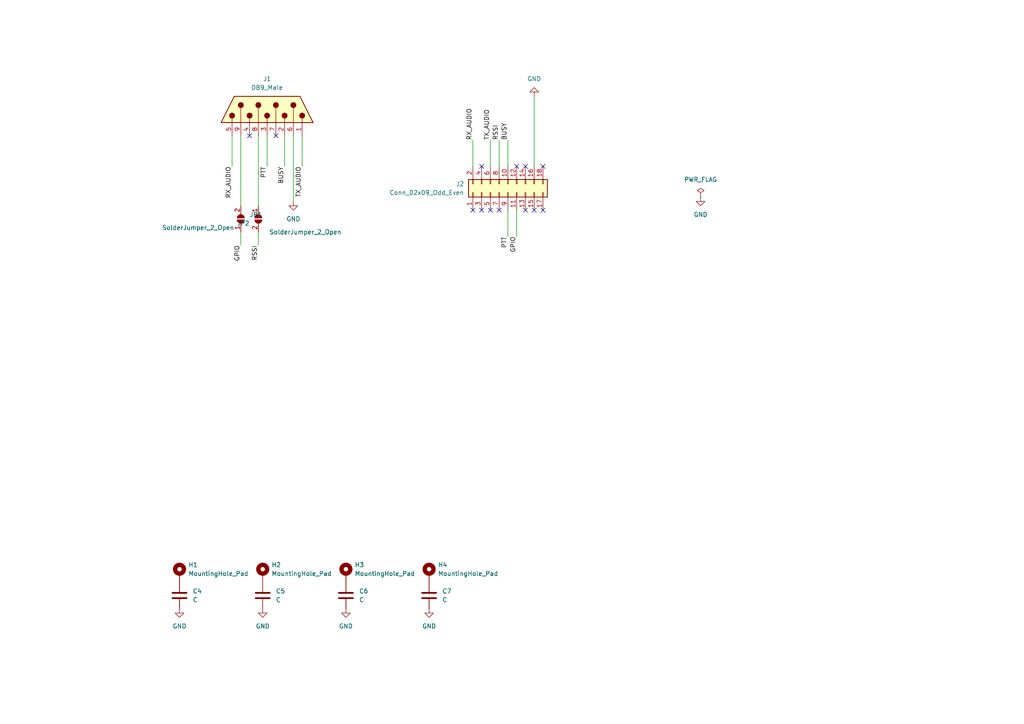
<source format=kicad_sch>
(kicad_sch (version 20211123) (generator eeschema)

  (uuid e12fa581-3e3b-42ee-95fb-961f19dd6705)

  (paper "A4")

  (lib_symbols
    (symbol "Connector:DB9_Male" (pin_names (offset 1.016) hide) (in_bom yes) (on_board yes)
      (property "Reference" "J" (id 0) (at 0 13.97 0)
        (effects (font (size 1.27 1.27)))
      )
      (property "Value" "DB9_Male" (id 1) (at 0 -14.605 0)
        (effects (font (size 1.27 1.27)))
      )
      (property "Footprint" "" (id 2) (at 0 0 0)
        (effects (font (size 1.27 1.27)) hide)
      )
      (property "Datasheet" " ~" (id 3) (at 0 0 0)
        (effects (font (size 1.27 1.27)) hide)
      )
      (property "ki_keywords" "connector male D-SUB" (id 4) (at 0 0 0)
        (effects (font (size 1.27 1.27)) hide)
      )
      (property "ki_description" "9-pin male D-SUB connector" (id 5) (at 0 0 0)
        (effects (font (size 1.27 1.27)) hide)
      )
      (property "ki_fp_filters" "DSUB*Male*" (id 6) (at 0 0 0)
        (effects (font (size 1.27 1.27)) hide)
      )
      (symbol "DB9_Male_0_1"
        (circle (center -1.778 -10.16) (radius 0.762)
          (stroke (width 0) (type default) (color 0 0 0 0))
          (fill (type outline))
        )
        (circle (center -1.778 -5.08) (radius 0.762)
          (stroke (width 0) (type default) (color 0 0 0 0))
          (fill (type outline))
        )
        (circle (center -1.778 0) (radius 0.762)
          (stroke (width 0) (type default) (color 0 0 0 0))
          (fill (type outline))
        )
        (circle (center -1.778 5.08) (radius 0.762)
          (stroke (width 0) (type default) (color 0 0 0 0))
          (fill (type outline))
        )
        (circle (center -1.778 10.16) (radius 0.762)
          (stroke (width 0) (type default) (color 0 0 0 0))
          (fill (type outline))
        )
        (polyline
          (pts
            (xy -3.81 -10.16)
            (xy -2.54 -10.16)
          )
          (stroke (width 0) (type default) (color 0 0 0 0))
          (fill (type none))
        )
        (polyline
          (pts
            (xy -3.81 -7.62)
            (xy 0.508 -7.62)
          )
          (stroke (width 0) (type default) (color 0 0 0 0))
          (fill (type none))
        )
        (polyline
          (pts
            (xy -3.81 -5.08)
            (xy -2.54 -5.08)
          )
          (stroke (width 0) (type default) (color 0 0 0 0))
          (fill (type none))
        )
        (polyline
          (pts
            (xy -3.81 -2.54)
            (xy 0.508 -2.54)
          )
          (stroke (width 0) (type default) (color 0 0 0 0))
          (fill (type none))
        )
        (polyline
          (pts
            (xy -3.81 0)
            (xy -2.54 0)
          )
          (stroke (width 0) (type default) (color 0 0 0 0))
          (fill (type none))
        )
        (polyline
          (pts
            (xy -3.81 2.54)
            (xy 0.508 2.54)
          )
          (stroke (width 0) (type default) (color 0 0 0 0))
          (fill (type none))
        )
        (polyline
          (pts
            (xy -3.81 5.08)
            (xy -2.54 5.08)
          )
          (stroke (width 0) (type default) (color 0 0 0 0))
          (fill (type none))
        )
        (polyline
          (pts
            (xy -3.81 7.62)
            (xy 0.508 7.62)
          )
          (stroke (width 0) (type default) (color 0 0 0 0))
          (fill (type none))
        )
        (polyline
          (pts
            (xy -3.81 10.16)
            (xy -2.54 10.16)
          )
          (stroke (width 0) (type default) (color 0 0 0 0))
          (fill (type none))
        )
        (polyline
          (pts
            (xy -3.81 -13.335)
            (xy -3.81 13.335)
            (xy 3.81 9.525)
            (xy 3.81 -9.525)
            (xy -3.81 -13.335)
          )
          (stroke (width 0.254) (type default) (color 0 0 0 0))
          (fill (type background))
        )
        (circle (center 1.27 -7.62) (radius 0.762)
          (stroke (width 0) (type default) (color 0 0 0 0))
          (fill (type outline))
        )
        (circle (center 1.27 -2.54) (radius 0.762)
          (stroke (width 0) (type default) (color 0 0 0 0))
          (fill (type outline))
        )
        (circle (center 1.27 2.54) (radius 0.762)
          (stroke (width 0) (type default) (color 0 0 0 0))
          (fill (type outline))
        )
        (circle (center 1.27 7.62) (radius 0.762)
          (stroke (width 0) (type default) (color 0 0 0 0))
          (fill (type outline))
        )
      )
      (symbol "DB9_Male_1_1"
        (pin passive line (at -7.62 -10.16 0) (length 3.81)
          (name "1" (effects (font (size 1.27 1.27))))
          (number "1" (effects (font (size 1.27 1.27))))
        )
        (pin passive line (at -7.62 -5.08 0) (length 3.81)
          (name "2" (effects (font (size 1.27 1.27))))
          (number "2" (effects (font (size 1.27 1.27))))
        )
        (pin passive line (at -7.62 0 0) (length 3.81)
          (name "3" (effects (font (size 1.27 1.27))))
          (number "3" (effects (font (size 1.27 1.27))))
        )
        (pin passive line (at -7.62 5.08 0) (length 3.81)
          (name "4" (effects (font (size 1.27 1.27))))
          (number "4" (effects (font (size 1.27 1.27))))
        )
        (pin passive line (at -7.62 10.16 0) (length 3.81)
          (name "5" (effects (font (size 1.27 1.27))))
          (number "5" (effects (font (size 1.27 1.27))))
        )
        (pin passive line (at -7.62 -7.62 0) (length 3.81)
          (name "6" (effects (font (size 1.27 1.27))))
          (number "6" (effects (font (size 1.27 1.27))))
        )
        (pin passive line (at -7.62 -2.54 0) (length 3.81)
          (name "7" (effects (font (size 1.27 1.27))))
          (number "7" (effects (font (size 1.27 1.27))))
        )
        (pin passive line (at -7.62 2.54 0) (length 3.81)
          (name "8" (effects (font (size 1.27 1.27))))
          (number "8" (effects (font (size 1.27 1.27))))
        )
        (pin passive line (at -7.62 7.62 0) (length 3.81)
          (name "9" (effects (font (size 1.27 1.27))))
          (number "9" (effects (font (size 1.27 1.27))))
        )
      )
    )
    (symbol "Connector_Generic:Conn_02x09_Odd_Even" (pin_names (offset 1.016) hide) (in_bom yes) (on_board yes)
      (property "Reference" "J" (id 0) (at 1.27 12.7 0)
        (effects (font (size 1.27 1.27)))
      )
      (property "Value" "Conn_02x09_Odd_Even" (id 1) (at 1.27 -12.7 0)
        (effects (font (size 1.27 1.27)))
      )
      (property "Footprint" "" (id 2) (at 0 0 0)
        (effects (font (size 1.27 1.27)) hide)
      )
      (property "Datasheet" "~" (id 3) (at 0 0 0)
        (effects (font (size 1.27 1.27)) hide)
      )
      (property "ki_keywords" "connector" (id 4) (at 0 0 0)
        (effects (font (size 1.27 1.27)) hide)
      )
      (property "ki_description" "Generic connector, double row, 02x09, odd/even pin numbering scheme (row 1 odd numbers, row 2 even numbers), script generated (kicad-library-utils/schlib/autogen/connector/)" (id 5) (at 0 0 0)
        (effects (font (size 1.27 1.27)) hide)
      )
      (property "ki_fp_filters" "Connector*:*_2x??_*" (id 6) (at 0 0 0)
        (effects (font (size 1.27 1.27)) hide)
      )
      (symbol "Conn_02x09_Odd_Even_1_1"
        (rectangle (start -1.27 -10.033) (end 0 -10.287)
          (stroke (width 0.1524) (type default) (color 0 0 0 0))
          (fill (type none))
        )
        (rectangle (start -1.27 -7.493) (end 0 -7.747)
          (stroke (width 0.1524) (type default) (color 0 0 0 0))
          (fill (type none))
        )
        (rectangle (start -1.27 -4.953) (end 0 -5.207)
          (stroke (width 0.1524) (type default) (color 0 0 0 0))
          (fill (type none))
        )
        (rectangle (start -1.27 -2.413) (end 0 -2.667)
          (stroke (width 0.1524) (type default) (color 0 0 0 0))
          (fill (type none))
        )
        (rectangle (start -1.27 0.127) (end 0 -0.127)
          (stroke (width 0.1524) (type default) (color 0 0 0 0))
          (fill (type none))
        )
        (rectangle (start -1.27 2.667) (end 0 2.413)
          (stroke (width 0.1524) (type default) (color 0 0 0 0))
          (fill (type none))
        )
        (rectangle (start -1.27 5.207) (end 0 4.953)
          (stroke (width 0.1524) (type default) (color 0 0 0 0))
          (fill (type none))
        )
        (rectangle (start -1.27 7.747) (end 0 7.493)
          (stroke (width 0.1524) (type default) (color 0 0 0 0))
          (fill (type none))
        )
        (rectangle (start -1.27 10.287) (end 0 10.033)
          (stroke (width 0.1524) (type default) (color 0 0 0 0))
          (fill (type none))
        )
        (rectangle (start -1.27 11.43) (end 3.81 -11.43)
          (stroke (width 0.254) (type default) (color 0 0 0 0))
          (fill (type background))
        )
        (rectangle (start 3.81 -10.033) (end 2.54 -10.287)
          (stroke (width 0.1524) (type default) (color 0 0 0 0))
          (fill (type none))
        )
        (rectangle (start 3.81 -7.493) (end 2.54 -7.747)
          (stroke (width 0.1524) (type default) (color 0 0 0 0))
          (fill (type none))
        )
        (rectangle (start 3.81 -4.953) (end 2.54 -5.207)
          (stroke (width 0.1524) (type default) (color 0 0 0 0))
          (fill (type none))
        )
        (rectangle (start 3.81 -2.413) (end 2.54 -2.667)
          (stroke (width 0.1524) (type default) (color 0 0 0 0))
          (fill (type none))
        )
        (rectangle (start 3.81 0.127) (end 2.54 -0.127)
          (stroke (width 0.1524) (type default) (color 0 0 0 0))
          (fill (type none))
        )
        (rectangle (start 3.81 2.667) (end 2.54 2.413)
          (stroke (width 0.1524) (type default) (color 0 0 0 0))
          (fill (type none))
        )
        (rectangle (start 3.81 5.207) (end 2.54 4.953)
          (stroke (width 0.1524) (type default) (color 0 0 0 0))
          (fill (type none))
        )
        (rectangle (start 3.81 7.747) (end 2.54 7.493)
          (stroke (width 0.1524) (type default) (color 0 0 0 0))
          (fill (type none))
        )
        (rectangle (start 3.81 10.287) (end 2.54 10.033)
          (stroke (width 0.1524) (type default) (color 0 0 0 0))
          (fill (type none))
        )
        (pin passive line (at -5.08 10.16 0) (length 3.81)
          (name "Pin_1" (effects (font (size 1.27 1.27))))
          (number "1" (effects (font (size 1.27 1.27))))
        )
        (pin passive line (at 7.62 0 180) (length 3.81)
          (name "Pin_10" (effects (font (size 1.27 1.27))))
          (number "10" (effects (font (size 1.27 1.27))))
        )
        (pin passive line (at -5.08 -2.54 0) (length 3.81)
          (name "Pin_11" (effects (font (size 1.27 1.27))))
          (number "11" (effects (font (size 1.27 1.27))))
        )
        (pin passive line (at 7.62 -2.54 180) (length 3.81)
          (name "Pin_12" (effects (font (size 1.27 1.27))))
          (number "12" (effects (font (size 1.27 1.27))))
        )
        (pin passive line (at -5.08 -5.08 0) (length 3.81)
          (name "Pin_13" (effects (font (size 1.27 1.27))))
          (number "13" (effects (font (size 1.27 1.27))))
        )
        (pin passive line (at 7.62 -5.08 180) (length 3.81)
          (name "Pin_14" (effects (font (size 1.27 1.27))))
          (number "14" (effects (font (size 1.27 1.27))))
        )
        (pin passive line (at -5.08 -7.62 0) (length 3.81)
          (name "Pin_15" (effects (font (size 1.27 1.27))))
          (number "15" (effects (font (size 1.27 1.27))))
        )
        (pin passive line (at 7.62 -7.62 180) (length 3.81)
          (name "Pin_16" (effects (font (size 1.27 1.27))))
          (number "16" (effects (font (size 1.27 1.27))))
        )
        (pin passive line (at -5.08 -10.16 0) (length 3.81)
          (name "Pin_17" (effects (font (size 1.27 1.27))))
          (number "17" (effects (font (size 1.27 1.27))))
        )
        (pin passive line (at 7.62 -10.16 180) (length 3.81)
          (name "Pin_18" (effects (font (size 1.27 1.27))))
          (number "18" (effects (font (size 1.27 1.27))))
        )
        (pin passive line (at 7.62 10.16 180) (length 3.81)
          (name "Pin_2" (effects (font (size 1.27 1.27))))
          (number "2" (effects (font (size 1.27 1.27))))
        )
        (pin passive line (at -5.08 7.62 0) (length 3.81)
          (name "Pin_3" (effects (font (size 1.27 1.27))))
          (number "3" (effects (font (size 1.27 1.27))))
        )
        (pin passive line (at 7.62 7.62 180) (length 3.81)
          (name "Pin_4" (effects (font (size 1.27 1.27))))
          (number "4" (effects (font (size 1.27 1.27))))
        )
        (pin passive line (at -5.08 5.08 0) (length 3.81)
          (name "Pin_5" (effects (font (size 1.27 1.27))))
          (number "5" (effects (font (size 1.27 1.27))))
        )
        (pin passive line (at 7.62 5.08 180) (length 3.81)
          (name "Pin_6" (effects (font (size 1.27 1.27))))
          (number "6" (effects (font (size 1.27 1.27))))
        )
        (pin passive line (at -5.08 2.54 0) (length 3.81)
          (name "Pin_7" (effects (font (size 1.27 1.27))))
          (number "7" (effects (font (size 1.27 1.27))))
        )
        (pin passive line (at 7.62 2.54 180) (length 3.81)
          (name "Pin_8" (effects (font (size 1.27 1.27))))
          (number "8" (effects (font (size 1.27 1.27))))
        )
        (pin passive line (at -5.08 0 0) (length 3.81)
          (name "Pin_9" (effects (font (size 1.27 1.27))))
          (number "9" (effects (font (size 1.27 1.27))))
        )
      )
    )
    (symbol "Device:C" (pin_numbers hide) (pin_names (offset 0.254)) (in_bom yes) (on_board yes)
      (property "Reference" "C" (id 0) (at 0.635 2.54 0)
        (effects (font (size 1.27 1.27)) (justify left))
      )
      (property "Value" "C" (id 1) (at 0.635 -2.54 0)
        (effects (font (size 1.27 1.27)) (justify left))
      )
      (property "Footprint" "" (id 2) (at 0.9652 -3.81 0)
        (effects (font (size 1.27 1.27)) hide)
      )
      (property "Datasheet" "~" (id 3) (at 0 0 0)
        (effects (font (size 1.27 1.27)) hide)
      )
      (property "ki_keywords" "cap capacitor" (id 4) (at 0 0 0)
        (effects (font (size 1.27 1.27)) hide)
      )
      (property "ki_description" "Unpolarized capacitor" (id 5) (at 0 0 0)
        (effects (font (size 1.27 1.27)) hide)
      )
      (property "ki_fp_filters" "C_*" (id 6) (at 0 0 0)
        (effects (font (size 1.27 1.27)) hide)
      )
      (symbol "C_0_1"
        (polyline
          (pts
            (xy -2.032 -0.762)
            (xy 2.032 -0.762)
          )
          (stroke (width 0.508) (type default) (color 0 0 0 0))
          (fill (type none))
        )
        (polyline
          (pts
            (xy -2.032 0.762)
            (xy 2.032 0.762)
          )
          (stroke (width 0.508) (type default) (color 0 0 0 0))
          (fill (type none))
        )
      )
      (symbol "C_1_1"
        (pin passive line (at 0 3.81 270) (length 2.794)
          (name "~" (effects (font (size 1.27 1.27))))
          (number "1" (effects (font (size 1.27 1.27))))
        )
        (pin passive line (at 0 -3.81 90) (length 2.794)
          (name "~" (effects (font (size 1.27 1.27))))
          (number "2" (effects (font (size 1.27 1.27))))
        )
      )
    )
    (symbol "Jumper:SolderJumper_2_Open" (pin_names (offset 0) hide) (in_bom yes) (on_board yes)
      (property "Reference" "JP" (id 0) (at 0 2.032 0)
        (effects (font (size 1.27 1.27)))
      )
      (property "Value" "SolderJumper_2_Open" (id 1) (at 0 -2.54 0)
        (effects (font (size 1.27 1.27)))
      )
      (property "Footprint" "" (id 2) (at 0 0 0)
        (effects (font (size 1.27 1.27)) hide)
      )
      (property "Datasheet" "~" (id 3) (at 0 0 0)
        (effects (font (size 1.27 1.27)) hide)
      )
      (property "ki_keywords" "solder jumper SPST" (id 4) (at 0 0 0)
        (effects (font (size 1.27 1.27)) hide)
      )
      (property "ki_description" "Solder Jumper, 2-pole, open" (id 5) (at 0 0 0)
        (effects (font (size 1.27 1.27)) hide)
      )
      (property "ki_fp_filters" "SolderJumper*Open*" (id 6) (at 0 0 0)
        (effects (font (size 1.27 1.27)) hide)
      )
      (symbol "SolderJumper_2_Open_0_1"
        (arc (start -0.254 1.016) (mid -1.27 0) (end -0.254 -1.016)
          (stroke (width 0) (type default) (color 0 0 0 0))
          (fill (type none))
        )
        (arc (start -0.254 1.016) (mid -1.27 0) (end -0.254 -1.016)
          (stroke (width 0) (type default) (color 0 0 0 0))
          (fill (type outline))
        )
        (polyline
          (pts
            (xy -0.254 1.016)
            (xy -0.254 -1.016)
          )
          (stroke (width 0) (type default) (color 0 0 0 0))
          (fill (type none))
        )
        (polyline
          (pts
            (xy 0.254 1.016)
            (xy 0.254 -1.016)
          )
          (stroke (width 0) (type default) (color 0 0 0 0))
          (fill (type none))
        )
        (arc (start 0.254 -1.016) (mid 1.27 0) (end 0.254 1.016)
          (stroke (width 0) (type default) (color 0 0 0 0))
          (fill (type none))
        )
        (arc (start 0.254 -1.016) (mid 1.27 0) (end 0.254 1.016)
          (stroke (width 0) (type default) (color 0 0 0 0))
          (fill (type outline))
        )
      )
      (symbol "SolderJumper_2_Open_1_1"
        (pin passive line (at -3.81 0 0) (length 2.54)
          (name "A" (effects (font (size 1.27 1.27))))
          (number "1" (effects (font (size 1.27 1.27))))
        )
        (pin passive line (at 3.81 0 180) (length 2.54)
          (name "B" (effects (font (size 1.27 1.27))))
          (number "2" (effects (font (size 1.27 1.27))))
        )
      )
    )
    (symbol "Mechanical:MountingHole_Pad" (pin_numbers hide) (pin_names (offset 1.016) hide) (in_bom yes) (on_board yes)
      (property "Reference" "H" (id 0) (at 0 6.35 0)
        (effects (font (size 1.27 1.27)))
      )
      (property "Value" "MountingHole_Pad" (id 1) (at 0 4.445 0)
        (effects (font (size 1.27 1.27)))
      )
      (property "Footprint" "" (id 2) (at 0 0 0)
        (effects (font (size 1.27 1.27)) hide)
      )
      (property "Datasheet" "~" (id 3) (at 0 0 0)
        (effects (font (size 1.27 1.27)) hide)
      )
      (property "ki_keywords" "mounting hole" (id 4) (at 0 0 0)
        (effects (font (size 1.27 1.27)) hide)
      )
      (property "ki_description" "Mounting Hole with connection" (id 5) (at 0 0 0)
        (effects (font (size 1.27 1.27)) hide)
      )
      (property "ki_fp_filters" "MountingHole*Pad*" (id 6) (at 0 0 0)
        (effects (font (size 1.27 1.27)) hide)
      )
      (symbol "MountingHole_Pad_0_1"
        (circle (center 0 1.27) (radius 1.27)
          (stroke (width 1.27) (type default) (color 0 0 0 0))
          (fill (type none))
        )
      )
      (symbol "MountingHole_Pad_1_1"
        (pin input line (at 0 -2.54 90) (length 2.54)
          (name "1" (effects (font (size 1.27 1.27))))
          (number "1" (effects (font (size 1.27 1.27))))
        )
      )
    )
    (symbol "power:GND" (power) (pin_names (offset 0)) (in_bom yes) (on_board yes)
      (property "Reference" "#PWR" (id 0) (at 0 -6.35 0)
        (effects (font (size 1.27 1.27)) hide)
      )
      (property "Value" "GND" (id 1) (at 0 -3.81 0)
        (effects (font (size 1.27 1.27)))
      )
      (property "Footprint" "" (id 2) (at 0 0 0)
        (effects (font (size 1.27 1.27)) hide)
      )
      (property "Datasheet" "" (id 3) (at 0 0 0)
        (effects (font (size 1.27 1.27)) hide)
      )
      (property "ki_keywords" "global power" (id 4) (at 0 0 0)
        (effects (font (size 1.27 1.27)) hide)
      )
      (property "ki_description" "Power symbol creates a global label with name \"GND\" , ground" (id 5) (at 0 0 0)
        (effects (font (size 1.27 1.27)) hide)
      )
      (symbol "GND_0_1"
        (polyline
          (pts
            (xy 0 0)
            (xy 0 -1.27)
            (xy 1.27 -1.27)
            (xy 0 -2.54)
            (xy -1.27 -1.27)
            (xy 0 -1.27)
          )
          (stroke (width 0) (type default) (color 0 0 0 0))
          (fill (type none))
        )
      )
      (symbol "GND_1_1"
        (pin power_in line (at 0 0 270) (length 0) hide
          (name "GND" (effects (font (size 1.27 1.27))))
          (number "1" (effects (font (size 1.27 1.27))))
        )
      )
    )
    (symbol "power:PWR_FLAG" (power) (pin_numbers hide) (pin_names (offset 0) hide) (in_bom yes) (on_board yes)
      (property "Reference" "#FLG" (id 0) (at 0 1.905 0)
        (effects (font (size 1.27 1.27)) hide)
      )
      (property "Value" "PWR_FLAG" (id 1) (at 0 3.81 0)
        (effects (font (size 1.27 1.27)))
      )
      (property "Footprint" "" (id 2) (at 0 0 0)
        (effects (font (size 1.27 1.27)) hide)
      )
      (property "Datasheet" "~" (id 3) (at 0 0 0)
        (effects (font (size 1.27 1.27)) hide)
      )
      (property "ki_keywords" "flag power" (id 4) (at 0 0 0)
        (effects (font (size 1.27 1.27)) hide)
      )
      (property "ki_description" "Special symbol for telling ERC where power comes from" (id 5) (at 0 0 0)
        (effects (font (size 1.27 1.27)) hide)
      )
      (symbol "PWR_FLAG_0_0"
        (pin power_out line (at 0 0 90) (length 0)
          (name "pwr" (effects (font (size 1.27 1.27))))
          (number "1" (effects (font (size 1.27 1.27))))
        )
      )
      (symbol "PWR_FLAG_0_1"
        (polyline
          (pts
            (xy 0 0)
            (xy 0 1.27)
            (xy -1.016 1.905)
            (xy 0 2.54)
            (xy 1.016 1.905)
            (xy 0 1.27)
          )
          (stroke (width 0) (type default) (color 0 0 0 0))
          (fill (type none))
        )
      )
    )
  )


  (no_connect (at 139.7 48.26) (uuid 0216e8e3-446c-4b97-b19d-72561f8ec052))
  (no_connect (at 144.78 60.96) (uuid 2d5844cb-12be-4115-aa22-5b1ee15890dd))
  (no_connect (at 72.39 39.37) (uuid 3378d05c-b5fc-4d2a-89e1-f5ef1b1a6bf3))
  (no_connect (at 157.48 48.26) (uuid 38a14523-4527-4269-81dc-6a9601679ed8))
  (no_connect (at 152.4 60.96) (uuid 4b49fa9e-0b1d-4004-a9a7-88cea73e06d0))
  (no_connect (at 137.16 60.96) (uuid 6d4754a2-5c3a-4d0a-9c62-6f6f4753a56c))
  (no_connect (at 80.01 39.37) (uuid 74a015f5-c1a1-46e4-8033-1db27b0bc47a))
  (no_connect (at 157.48 60.96) (uuid 78d030d9-00b0-467c-9368-a20957b60afd))
  (no_connect (at 142.24 60.96) (uuid 9316cf1a-33bd-412d-849b-1eec82ae9e2b))
  (no_connect (at 154.94 60.96) (uuid a918b027-f06b-473a-832c-3babac8f8be3))
  (no_connect (at 139.7 60.96) (uuid bf7943a8-b479-4e9a-82da-6801c37b2f6f))
  (no_connect (at 152.4 48.26) (uuid d68c91cc-8924-4c95-9e4a-ec8a45092abe))
  (no_connect (at 149.86 48.26) (uuid fa5b1a46-8a89-4678-b314-2a3f0351efe5))

  (wire (pts (xy 149.86 60.96) (xy 149.86 68.58))
    (stroke (width 0) (type default) (color 0 0 0 0))
    (uuid 0655002f-78df-4f7c-8a02-b1aea13d0785)
  )
  (wire (pts (xy 74.93 67.31) (xy 74.93 71.12))
    (stroke (width 0) (type default) (color 0 0 0 0))
    (uuid 06e13915-07f0-4ab8-aa34-5c221af5c259)
  )
  (wire (pts (xy 85.09 39.37) (xy 85.09 58.42))
    (stroke (width 0) (type default) (color 0 0 0 0))
    (uuid 2788f7fd-bcd4-46c5-aa42-217c778b1d7f)
  )
  (wire (pts (xy 74.93 39.37) (xy 74.93 59.69))
    (stroke (width 0) (type default) (color 0 0 0 0))
    (uuid 2ac964f3-f411-48b6-b84f-07e6d28a786d)
  )
  (wire (pts (xy 147.32 40.64) (xy 147.32 48.26))
    (stroke (width 0) (type default) (color 0 0 0 0))
    (uuid 2ca61a92-4d93-4720-954c-9c9314c7ddf3)
  )
  (wire (pts (xy 67.31 39.37) (xy 67.31 48.26))
    (stroke (width 0) (type default) (color 0 0 0 0))
    (uuid 2f7921e4-ddef-4c05-b77b-fff80663ca82)
  )
  (wire (pts (xy 69.85 67.31) (xy 69.85 71.12))
    (stroke (width 0) (type default) (color 0 0 0 0))
    (uuid 39251815-4bc1-4ac5-9aa8-e99c6725d0bb)
  )
  (wire (pts (xy 144.78 40.64) (xy 144.78 48.26))
    (stroke (width 0) (type default) (color 0 0 0 0))
    (uuid 47601fae-e7ee-4eb7-9cf2-33a5f634fc09)
  )
  (wire (pts (xy 142.24 40.64) (xy 142.24 48.26))
    (stroke (width 0) (type default) (color 0 0 0 0))
    (uuid 56f91c48-2969-4680-b730-c9ae941d5f18)
  )
  (wire (pts (xy 87.63 39.37) (xy 87.63 48.26))
    (stroke (width 0) (type default) (color 0 0 0 0))
    (uuid 81b26f43-8d3f-4381-be47-f5778f413335)
  )
  (wire (pts (xy 137.16 40.64) (xy 137.16 48.26))
    (stroke (width 0) (type default) (color 0 0 0 0))
    (uuid 904e0d64-dbb8-4f86-9eb5-06933d9aa26c)
  )
  (wire (pts (xy 77.47 39.37) (xy 77.47 48.26))
    (stroke (width 0) (type default) (color 0 0 0 0))
    (uuid 9901cd02-822d-4d78-97b4-36e9774ef767)
  )
  (wire (pts (xy 69.85 39.37) (xy 69.85 59.69))
    (stroke (width 0) (type default) (color 0 0 0 0))
    (uuid ad8af5a2-77ac-43bb-9b1f-9d1b1ff28947)
  )
  (wire (pts (xy 82.55 39.37) (xy 82.55 48.26))
    (stroke (width 0) (type default) (color 0 0 0 0))
    (uuid adb39472-72e2-49d3-bd0e-aacbd965f74f)
  )
  (wire (pts (xy 154.94 27.94) (xy 154.94 48.26))
    (stroke (width 0) (type default) (color 0 0 0 0))
    (uuid b5fae01f-e652-4ab4-8ad0-1dcd731ccc2d)
  )
  (wire (pts (xy 147.32 60.96) (xy 147.32 68.58))
    (stroke (width 0) (type default) (color 0 0 0 0))
    (uuid c3693e22-b1fb-4674-8ef3-919b11186601)
  )

  (label "RX_AUDIO" (at 67.31 48.26 270)
    (effects (font (size 1.27 1.27)) (justify right bottom))
    (uuid 0fead3b1-f9b4-4e4a-b40f-a9a9b436c4ba)
  )
  (label "PTT" (at 77.47 48.26 270)
    (effects (font (size 1.27 1.27)) (justify right bottom))
    (uuid 24655dc3-687f-4c20-913e-0ad538cc5e89)
  )
  (label "TX_AUDIO" (at 87.63 48.26 270)
    (effects (font (size 1.27 1.27)) (justify right bottom))
    (uuid 4af2ea34-de13-4394-a30b-373d43405d41)
  )
  (label "PTT" (at 147.32 68.58 270)
    (effects (font (size 1.27 1.27)) (justify right bottom))
    (uuid 55b2826b-585d-42fc-b2c7-52347267cdd8)
  )
  (label "TX_AUDIO" (at 142.24 40.64 90)
    (effects (font (size 1.27 1.27)) (justify left bottom))
    (uuid 58b9443d-4baa-47ed-982b-a4243c8798e8)
  )
  (label "RSSI" (at 74.93 71.12 270)
    (effects (font (size 1.27 1.27)) (justify right bottom))
    (uuid 71da410b-b340-4247-884a-74856b9a13dd)
  )
  (label "RSSI" (at 144.78 40.64 90)
    (effects (font (size 1.27 1.27)) (justify left bottom))
    (uuid 93c141db-474d-49f1-9a16-4932521257fa)
  )
  (label "BUSY" (at 82.55 48.26 270)
    (effects (font (size 1.27 1.27)) (justify right bottom))
    (uuid a3ad1c4b-e93b-4693-9c21-426786e3b6f8)
  )
  (label "BUSY" (at 147.32 40.64 90)
    (effects (font (size 1.27 1.27)) (justify left bottom))
    (uuid b83e91dd-5c4c-4289-b97b-0e7f33c5930e)
  )
  (label "GPIO" (at 69.85 71.12 270)
    (effects (font (size 1.27 1.27)) (justify right bottom))
    (uuid d9340664-d103-4570-a0eb-031a0080a375)
  )
  (label "RX_AUDIO" (at 137.16 40.64 90)
    (effects (font (size 1.27 1.27)) (justify left bottom))
    (uuid f303f8ab-76e8-4173-9c47-911d40241d2e)
  )
  (label "GPIO" (at 149.86 68.58 270)
    (effects (font (size 1.27 1.27)) (justify right bottom))
    (uuid f5a9774c-bbff-4e26-95e8-438ac4490185)
  )

  (symbol (lib_id "Mechanical:MountingHole_Pad") (at 124.46 166.37 0) (unit 1)
    (in_bom yes) (on_board yes) (fields_autoplaced)
    (uuid 0d9a5a1d-64c5-4641-b452-71bb243c0aa8)
    (property "Reference" "H4" (id 0) (at 127 163.8299 0)
      (effects (font (size 1.27 1.27)) (justify left))
    )
    (property "Value" "MountingHole_Pad" (id 1) (at 127 166.3699 0)
      (effects (font (size 1.27 1.27)) (justify left))
    )
    (property "Footprint" "MountingHole:MountingHole_3.2mm_M3_Pad" (id 2) (at 124.46 166.37 0)
      (effects (font (size 1.27 1.27)) hide)
    )
    (property "Datasheet" "~" (id 3) (at 124.46 166.37 0)
      (effects (font (size 1.27 1.27)) hide)
    )
    (pin "1" (uuid 2609b1ce-33d7-4f4c-ba0f-15919893b6cb))
  )

  (symbol (lib_id "Device:C") (at 124.46 172.72 0) (unit 1)
    (in_bom yes) (on_board yes) (fields_autoplaced)
    (uuid 0e1307c1-cf09-4f97-99e2-8b09a04d56af)
    (property "Reference" "C7" (id 0) (at 128.27 171.4499 0)
      (effects (font (size 1.27 1.27)) (justify left))
    )
    (property "Value" "C" (id 1) (at 128.27 173.9899 0)
      (effects (font (size 1.27 1.27)) (justify left))
    )
    (property "Footprint" "Capacitor_SMD:C_0805_2012Metric_Pad1.18x1.45mm_HandSolder" (id 2) (at 125.4252 176.53 0)
      (effects (font (size 1.27 1.27)) hide)
    )
    (property "Datasheet" "~" (id 3) (at 124.46 172.72 0)
      (effects (font (size 1.27 1.27)) hide)
    )
    (pin "1" (uuid d5cd8ebe-13de-41cf-8ae6-d55c2993db82))
    (pin "2" (uuid a7a46284-a6ff-4add-a063-31db3293d0b5))
  )

  (symbol (lib_id "power:GND") (at 154.94 27.94 180) (unit 1)
    (in_bom yes) (on_board yes) (fields_autoplaced)
    (uuid 124d3008-5667-422e-98d5-d6c2a51a2a60)
    (property "Reference" "#PWR011" (id 0) (at 154.94 21.59 0)
      (effects (font (size 1.27 1.27)) hide)
    )
    (property "Value" "GND" (id 1) (at 154.94 22.86 0))
    (property "Footprint" "" (id 2) (at 154.94 27.94 0)
      (effects (font (size 1.27 1.27)) hide)
    )
    (property "Datasheet" "" (id 3) (at 154.94 27.94 0)
      (effects (font (size 1.27 1.27)) hide)
    )
    (pin "1" (uuid 6467f973-0a56-4326-96b3-ae0efc1c2089))
  )

  (symbol (lib_id "power:GND") (at 203.2 57.15 0) (unit 1)
    (in_bom yes) (on_board yes) (fields_autoplaced)
    (uuid 16536603-adaf-4ad9-8342-0992d5c126b9)
    (property "Reference" "#PWR0101" (id 0) (at 203.2 63.5 0)
      (effects (font (size 1.27 1.27)) hide)
    )
    (property "Value" "GND" (id 1) (at 203.2 62.23 0))
    (property "Footprint" "" (id 2) (at 203.2 57.15 0)
      (effects (font (size 1.27 1.27)) hide)
    )
    (property "Datasheet" "" (id 3) (at 203.2 57.15 0)
      (effects (font (size 1.27 1.27)) hide)
    )
    (pin "1" (uuid 8d4886a9-c10a-4a32-90a9-f22144624250))
  )

  (symbol (lib_id "power:GND") (at 100.33 176.53 0) (unit 1)
    (in_bom yes) (on_board yes) (fields_autoplaced)
    (uuid 1892b8fc-7514-4a39-aeb3-7d1bcaf3f108)
    (property "Reference" "#PWR09" (id 0) (at 100.33 182.88 0)
      (effects (font (size 1.27 1.27)) hide)
    )
    (property "Value" "GND" (id 1) (at 100.33 181.61 0))
    (property "Footprint" "" (id 2) (at 100.33 176.53 0)
      (effects (font (size 1.27 1.27)) hide)
    )
    (property "Datasheet" "" (id 3) (at 100.33 176.53 0)
      (effects (font (size 1.27 1.27)) hide)
    )
    (pin "1" (uuid b59aa04a-2efb-4754-ac04-a549edaa3d5b))
  )

  (symbol (lib_id "power:GND") (at 124.46 176.53 0) (unit 1)
    (in_bom yes) (on_board yes) (fields_autoplaced)
    (uuid 1a3c8604-d6e0-4a15-9118-e898347a9674)
    (property "Reference" "#PWR010" (id 0) (at 124.46 182.88 0)
      (effects (font (size 1.27 1.27)) hide)
    )
    (property "Value" "GND" (id 1) (at 124.46 181.61 0))
    (property "Footprint" "" (id 2) (at 124.46 176.53 0)
      (effects (font (size 1.27 1.27)) hide)
    )
    (property "Datasheet" "" (id 3) (at 124.46 176.53 0)
      (effects (font (size 1.27 1.27)) hide)
    )
    (pin "1" (uuid 5f754855-9827-4f87-862f-53ea7ccf22f3))
  )

  (symbol (lib_id "power:GND") (at 76.2 176.53 0) (unit 1)
    (in_bom yes) (on_board yes) (fields_autoplaced)
    (uuid 1b560d1d-3085-464c-99be-47391ec91568)
    (property "Reference" "#PWR06" (id 0) (at 76.2 182.88 0)
      (effects (font (size 1.27 1.27)) hide)
    )
    (property "Value" "GND" (id 1) (at 76.2 181.61 0))
    (property "Footprint" "" (id 2) (at 76.2 176.53 0)
      (effects (font (size 1.27 1.27)) hide)
    )
    (property "Datasheet" "" (id 3) (at 76.2 176.53 0)
      (effects (font (size 1.27 1.27)) hide)
    )
    (pin "1" (uuid b239a43b-9d17-4017-82b8-22c4c3e45497))
  )

  (symbol (lib_id "Device:C") (at 100.33 172.72 0) (unit 1)
    (in_bom yes) (on_board yes) (fields_autoplaced)
    (uuid 3566c706-0cbe-45d8-a8d0-6636cf86ab0d)
    (property "Reference" "C6" (id 0) (at 104.14 171.4499 0)
      (effects (font (size 1.27 1.27)) (justify left))
    )
    (property "Value" "C" (id 1) (at 104.14 173.9899 0)
      (effects (font (size 1.27 1.27)) (justify left))
    )
    (property "Footprint" "Capacitor_SMD:C_0805_2012Metric_Pad1.18x1.45mm_HandSolder" (id 2) (at 101.2952 176.53 0)
      (effects (font (size 1.27 1.27)) hide)
    )
    (property "Datasheet" "~" (id 3) (at 100.33 172.72 0)
      (effects (font (size 1.27 1.27)) hide)
    )
    (pin "1" (uuid 547a6365-7deb-4c6a-8dac-34d9c70b812c))
    (pin "2" (uuid 555ccd9b-7e49-42fa-b52d-e43577a4d442))
  )

  (symbol (lib_id "power:GND") (at 52.07 176.53 0) (unit 1)
    (in_bom yes) (on_board yes) (fields_autoplaced)
    (uuid 3808e4ea-49d5-47a2-92d6-3a479792171f)
    (property "Reference" "#PWR01" (id 0) (at 52.07 182.88 0)
      (effects (font (size 1.27 1.27)) hide)
    )
    (property "Value" "GND" (id 1) (at 52.07 181.61 0))
    (property "Footprint" "" (id 2) (at 52.07 176.53 0)
      (effects (font (size 1.27 1.27)) hide)
    )
    (property "Datasheet" "" (id 3) (at 52.07 176.53 0)
      (effects (font (size 1.27 1.27)) hide)
    )
    (pin "1" (uuid 20c3ccf6-23ce-43f2-9b54-2e708d254bae))
  )

  (symbol (lib_id "Device:C") (at 52.07 172.72 0) (unit 1)
    (in_bom yes) (on_board yes) (fields_autoplaced)
    (uuid 3e759398-a7d4-4932-bace-ac070e473e3d)
    (property "Reference" "C4" (id 0) (at 55.88 171.4499 0)
      (effects (font (size 1.27 1.27)) (justify left))
    )
    (property "Value" "C" (id 1) (at 55.88 173.9899 0)
      (effects (font (size 1.27 1.27)) (justify left))
    )
    (property "Footprint" "Capacitor_SMD:C_0805_2012Metric_Pad1.18x1.45mm_HandSolder" (id 2) (at 53.0352 176.53 0)
      (effects (font (size 1.27 1.27)) hide)
    )
    (property "Datasheet" "~" (id 3) (at 52.07 172.72 0)
      (effects (font (size 1.27 1.27)) hide)
    )
    (pin "1" (uuid 3424e969-c754-4a19-9b97-84b9e8e8a836))
    (pin "2" (uuid 6ce72736-0c5b-4af9-85bd-f47554fb6b23))
  )

  (symbol (lib_id "Mechanical:MountingHole_Pad") (at 100.33 166.37 0) (unit 1)
    (in_bom yes) (on_board yes) (fields_autoplaced)
    (uuid 3f879504-f308-4b9a-b288-77d1f151f9fe)
    (property "Reference" "H3" (id 0) (at 102.87 163.8299 0)
      (effects (font (size 1.27 1.27)) (justify left))
    )
    (property "Value" "MountingHole_Pad" (id 1) (at 102.87 166.3699 0)
      (effects (font (size 1.27 1.27)) (justify left))
    )
    (property "Footprint" "MountingHole:MountingHole_3.2mm_M3_Pad" (id 2) (at 100.33 166.37 0)
      (effects (font (size 1.27 1.27)) hide)
    )
    (property "Datasheet" "~" (id 3) (at 100.33 166.37 0)
      (effects (font (size 1.27 1.27)) hide)
    )
    (pin "1" (uuid 09c7bb66-e3b7-4b81-9adc-db066e45d8fd))
  )

  (symbol (lib_id "Device:C") (at 76.2 172.72 0) (unit 1)
    (in_bom yes) (on_board yes) (fields_autoplaced)
    (uuid 5329f411-ba6b-410b-b6b3-9b719f30cef1)
    (property "Reference" "C5" (id 0) (at 80.01 171.4499 0)
      (effects (font (size 1.27 1.27)) (justify left))
    )
    (property "Value" "C" (id 1) (at 80.01 173.9899 0)
      (effects (font (size 1.27 1.27)) (justify left))
    )
    (property "Footprint" "Capacitor_SMD:C_0805_2012Metric_Pad1.18x1.45mm_HandSolder" (id 2) (at 77.1652 176.53 0)
      (effects (font (size 1.27 1.27)) hide)
    )
    (property "Datasheet" "~" (id 3) (at 76.2 172.72 0)
      (effects (font (size 1.27 1.27)) hide)
    )
    (pin "1" (uuid e86c31ca-0197-4feb-bf12-a9c13401a240))
    (pin "2" (uuid edf93d3a-a3aa-463b-8cbe-e515e8e05686))
  )

  (symbol (lib_id "Connector_Generic:Conn_02x09_Odd_Even") (at 147.32 55.88 90) (unit 1)
    (in_bom yes) (on_board yes) (fields_autoplaced)
    (uuid 593126cc-5ffd-4241-a6fe-32469a72eb7e)
    (property "Reference" "J2" (id 0) (at 134.62 53.3399 90)
      (effects (font (size 1.27 1.27)) (justify left))
    )
    (property "Value" "Conn_02x09_Odd_Even" (id 1) (at 134.62 55.8799 90)
      (effects (font (size 1.27 1.27)) (justify left))
    )
    (property "Footprint" "AliExpress_Stuff:MicroMatch-18p-SMD" (id 2) (at 147.32 55.88 0)
      (effects (font (size 1.27 1.27)) hide)
    )
    (property "Datasheet" "~" (id 3) (at 147.32 55.88 0)
      (effects (font (size 1.27 1.27)) hide)
    )
    (pin "1" (uuid 98d70f0f-6a02-49d8-b8de-0eefbd8b57a6))
    (pin "10" (uuid de040313-b5e9-4cc9-bd74-173eded6e8dc))
    (pin "11" (uuid f56cf446-95e4-4889-a9ec-361b5c11edfb))
    (pin "12" (uuid 50556cd2-c374-4f25-915b-e604949c461a))
    (pin "13" (uuid c9e55058-9bf6-4967-8af4-2964d64b8b8f))
    (pin "14" (uuid 0f9b12e9-afe0-44ba-8ea5-212d95f64acc))
    (pin "15" (uuid 31d2a490-c2d0-4dce-9f7b-aa91cbfbea0f))
    (pin "16" (uuid 1517c61f-d95b-4e9e-878e-71d6faceb082))
    (pin "17" (uuid 6f131afd-5021-4152-b375-763ad87bbc2a))
    (pin "18" (uuid 18bd0b2b-2591-4d11-a639-0cdc0e5630bf))
    (pin "2" (uuid c0a6bf5f-e1ec-4c59-bff6-69209969d0d1))
    (pin "3" (uuid 0db6ca6c-9f6e-4a70-9924-87f43b59b634))
    (pin "4" (uuid 8d79d5ef-0411-4d1a-ba95-7ac7b4dd7e17))
    (pin "5" (uuid 36d1af91-cc72-4bfa-be17-4fb5e6ebec53))
    (pin "6" (uuid 0ae42dac-ca99-4b71-b6fe-ce9da36a3c85))
    (pin "7" (uuid 33e538c3-f139-47a0-b3ca-a9da378b4542))
    (pin "8" (uuid 511b7a6f-d54e-4272-bbc1-4f912b517e40))
    (pin "9" (uuid 372b554c-4a2d-4e24-b918-55e202c7ef3a))
  )

  (symbol (lib_id "Jumper:SolderJumper_2_Open") (at 74.93 63.5 270) (unit 1)
    (in_bom yes) (on_board yes)
    (uuid 6e3838e3-ba79-44fd-9776-b0001af1680a)
    (property "Reference" "JP2" (id 0) (at 72.39 64.7701 90)
      (effects (font (size 1.27 1.27)) (justify right))
    )
    (property "Value" "SolderJumper_2_Open" (id 1) (at 99.06 67.31 90)
      (effects (font (size 1.27 1.27)) (justify right))
    )
    (property "Footprint" "Jumper:SolderJumper-2_P1.3mm_Open_RoundedPad1.0x1.5mm" (id 2) (at 74.93 63.5 0)
      (effects (font (size 1.27 1.27)) hide)
    )
    (property "Datasheet" "~" (id 3) (at 74.93 63.5 0)
      (effects (font (size 1.27 1.27)) hide)
    )
    (pin "1" (uuid 7c01c2d5-716d-45a9-8a8b-b9e48b2514c7))
    (pin "2" (uuid 04ac2bba-b50f-4a2d-8829-76955cf911e7))
  )

  (symbol (lib_id "Jumper:SolderJumper_2_Open") (at 69.85 63.5 90) (unit 1)
    (in_bom yes) (on_board yes)
    (uuid 95946e59-9f27-484f-8a3e-6b413bd5f5ee)
    (property "Reference" "JP1" (id 0) (at 72.39 62.2299 90)
      (effects (font (size 1.27 1.27)) (justify right))
    )
    (property "Value" "SolderJumper_2_Open" (id 1) (at 46.99 66.04 90)
      (effects (font (size 1.27 1.27)) (justify right))
    )
    (property "Footprint" "Jumper:SolderJumper-2_P1.3mm_Open_RoundedPad1.0x1.5mm" (id 2) (at 69.85 63.5 0)
      (effects (font (size 1.27 1.27)) hide)
    )
    (property "Datasheet" "~" (id 3) (at 69.85 63.5 0)
      (effects (font (size 1.27 1.27)) hide)
    )
    (pin "1" (uuid 41182655-27c4-4220-a0f5-d206610d730e))
    (pin "2" (uuid 7086ba98-4be4-4494-9f34-0b97d205a9a1))
  )

  (symbol (lib_id "power:PWR_FLAG") (at 203.2 57.15 0) (unit 1)
    (in_bom yes) (on_board yes) (fields_autoplaced)
    (uuid 9bcc2704-7853-45e4-8806-739528675658)
    (property "Reference" "#FLG0101" (id 0) (at 203.2 55.245 0)
      (effects (font (size 1.27 1.27)) hide)
    )
    (property "Value" "PWR_FLAG" (id 1) (at 203.2 52.07 0))
    (property "Footprint" "" (id 2) (at 203.2 57.15 0)
      (effects (font (size 1.27 1.27)) hide)
    )
    (property "Datasheet" "~" (id 3) (at 203.2 57.15 0)
      (effects (font (size 1.27 1.27)) hide)
    )
    (pin "1" (uuid 09acb93c-c919-4c1c-9681-82793cc3e601))
  )

  (symbol (lib_id "Mechanical:MountingHole_Pad") (at 76.2 166.37 0) (unit 1)
    (in_bom yes) (on_board yes) (fields_autoplaced)
    (uuid b3d4010b-6c79-4141-99d1-3c0feefc70db)
    (property "Reference" "H2" (id 0) (at 78.74 163.8299 0)
      (effects (font (size 1.27 1.27)) (justify left))
    )
    (property "Value" "MountingHole_Pad" (id 1) (at 78.74 166.3699 0)
      (effects (font (size 1.27 1.27)) (justify left))
    )
    (property "Footprint" "MountingHole:MountingHole_3.2mm_M3_Pad" (id 2) (at 76.2 166.37 0)
      (effects (font (size 1.27 1.27)) hide)
    )
    (property "Datasheet" "~" (id 3) (at 76.2 166.37 0)
      (effects (font (size 1.27 1.27)) hide)
    )
    (pin "1" (uuid 5da486ad-2d1e-4a3e-990f-51e4323f54fa))
  )

  (symbol (lib_id "Connector:DB9_Male") (at 77.47 31.75 90) (unit 1)
    (in_bom yes) (on_board yes) (fields_autoplaced)
    (uuid c118d6ce-5675-4bda-b932-5a990813145c)
    (property "Reference" "J1" (id 0) (at 77.47 22.86 90))
    (property "Value" "DB9_Male" (id 1) (at 77.47 25.4 90))
    (property "Footprint" "AliExpress_Stuff:DB9_Ultra-Thin_Male" (id 2) (at 77.47 31.75 0)
      (effects (font (size 1.27 1.27)) hide)
    )
    (property "Datasheet" " ~" (id 3) (at 77.47 31.75 0)
      (effects (font (size 1.27 1.27)) hide)
    )
    (pin "1" (uuid 1bcedb2e-a526-4bfe-a574-b3d32fcc1be5))
    (pin "2" (uuid 9e2b2cf6-e7fc-4362-9075-44b8bf03d677))
    (pin "3" (uuid e5f402a3-f941-46cb-8836-6d5b8e56a0c7))
    (pin "4" (uuid 55db4188-306c-4e5b-9ba8-08e9245325fb))
    (pin "5" (uuid 6f76d532-185c-4b7c-9c15-4cd9637044c3))
    (pin "6" (uuid 32098be7-5bfd-4941-8dc3-3d2b22c803f9))
    (pin "7" (uuid ff60d86b-fa1c-40c1-9929-e18884925ecd))
    (pin "8" (uuid 15912e11-48e6-48fe-9585-b003c12dbd06))
    (pin "9" (uuid a8b43ca1-14c2-4116-907d-0f006bf37935))
  )

  (symbol (lib_id "power:GND") (at 85.09 58.42 0) (unit 1)
    (in_bom yes) (on_board yes) (fields_autoplaced)
    (uuid ca15133d-0eec-45fc-8eb6-922ce0c1aea1)
    (property "Reference" "#PWR02" (id 0) (at 85.09 64.77 0)
      (effects (font (size 1.27 1.27)) hide)
    )
    (property "Value" "GND" (id 1) (at 85.09 63.5 0))
    (property "Footprint" "" (id 2) (at 85.09 58.42 0)
      (effects (font (size 1.27 1.27)) hide)
    )
    (property "Datasheet" "" (id 3) (at 85.09 58.42 0)
      (effects (font (size 1.27 1.27)) hide)
    )
    (pin "1" (uuid 8e726a8f-3505-4331-bfbf-34d162a738ee))
  )

  (symbol (lib_id "Mechanical:MountingHole_Pad") (at 52.07 166.37 0) (unit 1)
    (in_bom yes) (on_board yes) (fields_autoplaced)
    (uuid dcdbda33-ae6a-4583-9b06-9b4f6a12d307)
    (property "Reference" "H1" (id 0) (at 54.61 163.8299 0)
      (effects (font (size 1.27 1.27)) (justify left))
    )
    (property "Value" "MountingHole_Pad" (id 1) (at 54.61 166.3699 0)
      (effects (font (size 1.27 1.27)) (justify left))
    )
    (property "Footprint" "MountingHole:MountingHole_3.2mm_M3_Pad" (id 2) (at 52.07 166.37 0)
      (effects (font (size 1.27 1.27)) hide)
    )
    (property "Datasheet" "~" (id 3) (at 52.07 166.37 0)
      (effects (font (size 1.27 1.27)) hide)
    )
    (pin "1" (uuid 038cf7ee-e4ab-400f-b6fc-ec8c77d214b6))
  )

  (sheet_instances
    (path "/" (page "1"))
  )

  (symbol_instances
    (path "/9bcc2704-7853-45e4-8806-739528675658"
      (reference "#FLG0101") (unit 1) (value "PWR_FLAG") (footprint "")
    )
    (path "/3808e4ea-49d5-47a2-92d6-3a479792171f"
      (reference "#PWR01") (unit 1) (value "GND") (footprint "")
    )
    (path "/ca15133d-0eec-45fc-8eb6-922ce0c1aea1"
      (reference "#PWR02") (unit 1) (value "GND") (footprint "")
    )
    (path "/1b560d1d-3085-464c-99be-47391ec91568"
      (reference "#PWR06") (unit 1) (value "GND") (footprint "")
    )
    (path "/1892b8fc-7514-4a39-aeb3-7d1bcaf3f108"
      (reference "#PWR09") (unit 1) (value "GND") (footprint "")
    )
    (path "/1a3c8604-d6e0-4a15-9118-e898347a9674"
      (reference "#PWR010") (unit 1) (value "GND") (footprint "")
    )
    (path "/124d3008-5667-422e-98d5-d6c2a51a2a60"
      (reference "#PWR011") (unit 1) (value "GND") (footprint "")
    )
    (path "/16536603-adaf-4ad9-8342-0992d5c126b9"
      (reference "#PWR0101") (unit 1) (value "GND") (footprint "")
    )
    (path "/3e759398-a7d4-4932-bace-ac070e473e3d"
      (reference "C4") (unit 1) (value "C") (footprint "Capacitor_SMD:C_0805_2012Metric_Pad1.18x1.45mm_HandSolder")
    )
    (path "/5329f411-ba6b-410b-b6b3-9b719f30cef1"
      (reference "C5") (unit 1) (value "C") (footprint "Capacitor_SMD:C_0805_2012Metric_Pad1.18x1.45mm_HandSolder")
    )
    (path "/3566c706-0cbe-45d8-a8d0-6636cf86ab0d"
      (reference "C6") (unit 1) (value "C") (footprint "Capacitor_SMD:C_0805_2012Metric_Pad1.18x1.45mm_HandSolder")
    )
    (path "/0e1307c1-cf09-4f97-99e2-8b09a04d56af"
      (reference "C7") (unit 1) (value "C") (footprint "Capacitor_SMD:C_0805_2012Metric_Pad1.18x1.45mm_HandSolder")
    )
    (path "/dcdbda33-ae6a-4583-9b06-9b4f6a12d307"
      (reference "H1") (unit 1) (value "MountingHole_Pad") (footprint "MountingHole:MountingHole_3.2mm_M3_Pad")
    )
    (path "/b3d4010b-6c79-4141-99d1-3c0feefc70db"
      (reference "H2") (unit 1) (value "MountingHole_Pad") (footprint "MountingHole:MountingHole_3.2mm_M3_Pad")
    )
    (path "/3f879504-f308-4b9a-b288-77d1f151f9fe"
      (reference "H3") (unit 1) (value "MountingHole_Pad") (footprint "MountingHole:MountingHole_3.2mm_M3_Pad")
    )
    (path "/0d9a5a1d-64c5-4641-b452-71bb243c0aa8"
      (reference "H4") (unit 1) (value "MountingHole_Pad") (footprint "MountingHole:MountingHole_3.2mm_M3_Pad")
    )
    (path "/c118d6ce-5675-4bda-b932-5a990813145c"
      (reference "J1") (unit 1) (value "DB9_Male") (footprint "AliExpress_Stuff:DB9_Ultra-Thin_Male")
    )
    (path "/593126cc-5ffd-4241-a6fe-32469a72eb7e"
      (reference "J2") (unit 1) (value "Conn_02x09_Odd_Even") (footprint "AliExpress_Stuff:MicroMatch-18p-SMD")
    )
    (path "/95946e59-9f27-484f-8a3e-6b413bd5f5ee"
      (reference "JP1") (unit 1) (value "SolderJumper_2_Open") (footprint "Jumper:SolderJumper-2_P1.3mm_Open_RoundedPad1.0x1.5mm")
    )
    (path "/6e3838e3-ba79-44fd-9776-b0001af1680a"
      (reference "JP2") (unit 1) (value "SolderJumper_2_Open") (footprint "Jumper:SolderJumper-2_P1.3mm_Open_RoundedPad1.0x1.5mm")
    )
  )
)

</source>
